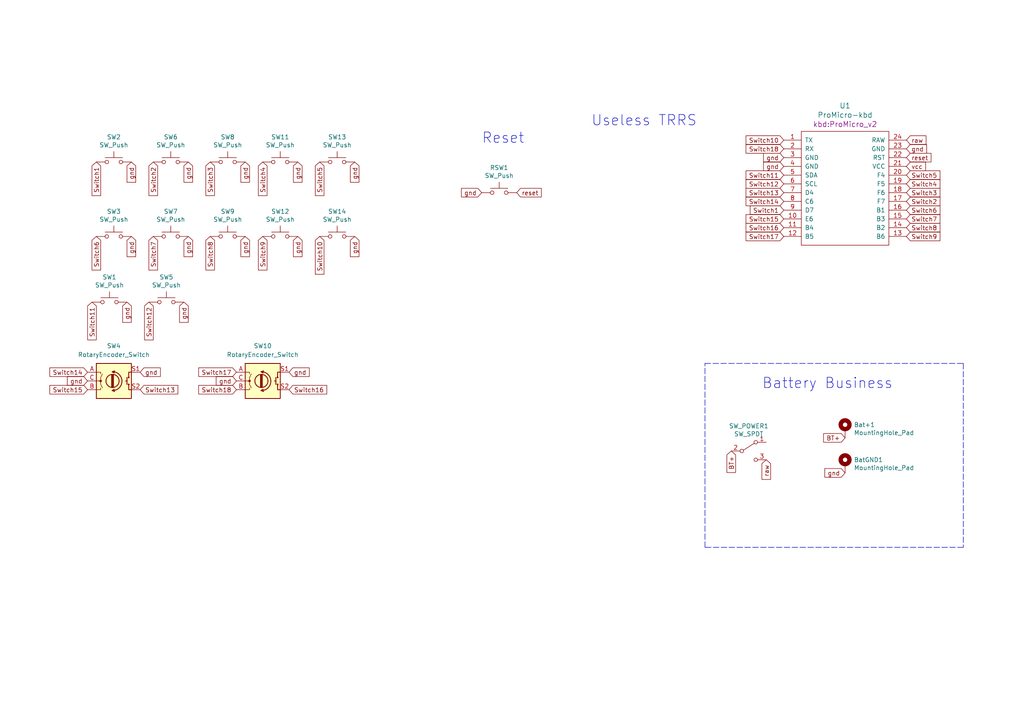
<source format=kicad_sch>
(kicad_sch (version 20211123) (generator eeschema)
  (paper "A4")
  (title_block (title "Generic 34 Switch Split") (date "2021-03-10") (rev "0.2") (company "broomlabs"))
  (lib_symbols
    (symbol "Device:RotaryEncoder_Switch" (pin_names (offset 0.254) hide)
      (property "Reference" "SW" (at 0 6.604 0))
      (property "Value" "RotaryEncoder_Switch" (at 0 -6.604 0))
      (symbol "RotaryEncoder_Switch_0_1"
        (rectangle (start -5.08 5.08) (end 5.08 -5.08) (stroke (width 0.254)) (fill (type background)))
        (circle (center -3.81 0) (radius 0.254) (fill (type outline)))
        (arc (start -0.381 -2.794) (mid 2.3622 -0.0635) (end -0.381 2.667) (stroke (width 0.254)))
        (circle (center -0.381 0) (radius 1.905) (stroke (width 0.254)))
        (polyline (pts (xy -0.635 -1.778) (xy -0.635 1.778)) (stroke (width 0.254)))
        (polyline (pts (xy -0.381 -1.778) (xy -0.381 1.778)) (stroke (width 0.254)))
        (polyline (pts (xy -0.127 1.778) (xy -0.127 -1.778)) (stroke (width 0.254)))
        (polyline (pts (xy 3.81 0) (xy 3.429 0)) (stroke (width 0.254)))
        (polyline (pts (xy 3.81 1.016) (xy 3.81 -1.016)) (stroke (width 0.254)))
        (polyline (pts (xy -5.08 -2.54) (xy -3.81 -2.54) (xy -3.81 -2.032)))
        (polyline (pts (xy -5.08 2.54) (xy -3.81 2.54) (xy -3.81 2.032)))
        (polyline (pts (xy 0.254 -3.048) (xy -0.508 -2.794) (xy 0.127 -2.413)) (stroke (width 0.254)))
        (polyline (pts (xy 0.254 2.921) (xy -0.508 2.667) (xy 0.127 2.286)) (stroke (width 0.254)))
        (polyline (pts (xy 5.08 -2.54) (xy 4.318 -2.54) (xy 4.318 -1.016)) (stroke (width 0.254)))
        (polyline (pts (xy 5.08 2.54) (xy 4.318 2.54) (xy 4.318 1.016)) (stroke (width 0.254)))
        (polyline (pts (xy -5.08 0) (xy -3.81 0) (xy -3.81 -1.016) (xy -3.302 -2.032)))
        (polyline (pts (xy -4.318 0) (xy -3.81 0) (xy -3.81 1.016) (xy -3.302 2.032)))
        (circle (center 4.318 -1.016) (radius 0.127) (stroke (width 0.254)))
        (circle (center 4.318 1.016) (radius 0.127) (stroke (width 0.254)))
      )
      (symbol "RotaryEncoder_Switch_1_1"
        (pin passive line (at -7.62 2.54 0) (length 2.54) (name "A") (number "A"))
        (pin passive line (at -7.62 -2.54 0) (length 2.54) (name "B") (number "B"))
        (pin passive line (at -7.62 0 0) (length 2.54) (name "C") (number "C"))
        (pin passive line (at 7.62 2.54 180) (length 2.54) (name "S1") (number "S1"))
        (pin passive line (at 7.62 -2.54 180) (length 2.54) (name "S2") (number "S2"))
      )
    )
    (symbol "Mechanical:MountingHole_Pad" (pin_numbers hide) (pin_names (offset 1.016) hide)
      (property "Reference" "H" (at 0 6.35 0))
      (property "Value" "MountingHole_Pad" (at 0 4.445 0))
      (symbol "MountingHole_Pad_0_1"
        (circle (center 0 1.27) (radius 1.27) (stroke (width 1.27)))
      )
      (symbol "MountingHole_Pad_1_1"
        (pin input line (at 0 -2.54 90) (length 2.54) (name "1") (number "1"))
      )
    )
    (symbol "Switch:SW_Push" (pin_numbers hide) (pin_names (offset 1.016) hide)
      (property "Reference" "SW" (at 1.27 2.54 0))
      (property "Value" "SW_Push" (at 0 -1.524 0))
      (symbol "SW_Push_0_1"
        (circle (center -2.032 0) (radius 0.508))
        (polyline (pts (xy 0 1.27) (xy 0 3.048)))
        (polyline (pts (xy 2.54 1.27) (xy -2.54 1.27)))
        (circle (center 2.032 0) (radius 0.508))
        (pin passive line (at -5.08 0 0) (length 2.54) (name "1") (number "1"))
        (pin passive line (at 5.08 0 180) (length 2.54) (name "2") (number "2"))
      )
    )
    (symbol "Switch:SW_SPDT" (pin_names (offset 0) hide)
      (property "Reference" "SW" (at 0 4.318 0))
      (property "Value" "SW_SPDT" (at 0 -5.08 0))
      (symbol "SW_SPDT_0_0"
        (circle (center -2.032 0) (radius 0.508))
        (circle (center 2.032 -2.54) (radius 0.508))
      )
      (symbol "SW_SPDT_0_1"
        (polyline (pts (xy -1.524 0.254) (xy 1.651 2.286)))
        (circle (center 2.032 2.54) (radius 0.508))
      )
      (symbol "SW_SPDT_1_1"
        (pin passive line (at 5.08 2.54 180) (length 2.54) (name "A") (number "1"))
        (pin passive line (at -5.08 0 0) (length 2.54) (name "B") (number "2"))
        (pin passive line (at 5.08 -2.54 180) (length 2.54) (name "C") (number "3"))
      )
    )
    (symbol "bigblackpill:ProMicro-kbd" (pin_names (offset 1.016))
      (property "Reference" "U" (at 0 24.13 0))
      (property "Value" "bigblackpill_ProMicro-kbd" (at 0 -13.97 0))
      (symbol "ProMicro-kbd_0_1"
        (rectangle (start -12.7 21.59) (end 12.7 -11.43))
      )
      (symbol "ProMicro-kbd_1_1"
        (pin bidirectional line (at -17.78 19.05 0) (length 5.08) (name "TX") (number "1"))
        (pin bidirectional line (at -17.78 -3.81 0) (length 5.08) (name "E6") (number "10"))
        (pin bidirectional line (at -17.78 -6.35 0) (length 5.08) (name "B4") (number "11"))
        (pin bidirectional line (at -17.78 -8.89 0) (length 5.08) (name "B5") (number "12"))
        (pin bidirectional line (at 17.78 -8.89 180) (length 5.08) (name "B6") (number "13"))
        (pin bidirectional line (at 17.78 -6.35 180) (length 5.08) (name "B2") (number "14"))
        (pin bidirectional line (at 17.78 -3.81 180) (length 5.08) (name "B3") (number "15"))
        (pin bidirectional line (at 17.78 -1.27 180) (length 5.08) (name "B1") (number "16"))
        (pin bidirectional line (at 17.78 1.27 180) (length 5.08) (name "F7") (number "17"))
        (pin bidirectional line (at 17.78 3.81 180) (length 5.08) (name "F6") (number "18"))
        (pin bidirectional line (at 17.78 6.35 180) (length 5.08) (name "F5") (number "19"))
        (pin bidirectional line (at -17.78 16.51 0) (length 5.08) (name "RX") (number "2"))
        (pin bidirectional line (at 17.78 8.89 180) (length 5.08) (name "F4") (number "20"))
        (pin power_in line (at 17.78 11.43 180) (length 5.08) (name "VCC") (number "21"))
        (pin input line (at 17.78 13.97 180) (length 5.08) (name "RST") (number "22"))
        (pin power_in line (at 17.78 16.51 180) (length 5.08) (name "GND") (number "23"))
        (pin power_out line (at 17.78 19.05 180) (length 5.08) (name "RAW") (number "24"))
        (pin power_in line (at -17.78 13.97 0) (length 5.08) (name "GND") (number "3"))
        (pin power_in line (at -17.78 11.43 0) (length 5.08) (name "GND") (number "4"))
        (pin bidirectional line (at -17.78 8.89 0) (length 5.08) (name "SDA") (number "5"))
        (pin bidirectional line (at -17.78 6.35 0) (length 5.08) (name "SCL") (number "6"))
        (pin bidirectional line (at -17.78 3.81 0) (length 5.08) (name "D4") (number "7"))
        (pin bidirectional line (at -17.78 1.27 0) (length 5.08) (name "C6") (number "8"))
        (pin bidirectional line (at -17.78 -1.27 0) (length 5.08) (name "D7") (number "9"))
      )
    )
  )
  (polyline (pts (xy 279.4 105.41) (xy 279.4 158.75)))
  (polyline (pts (xy 204.47 158.75) (xy 204.47 105.41)))
  (polyline (pts (xy 204.47 105.41) (xy 279.4 105.41)))
  (polyline (pts (xy 279.4 158.75) (xy 204.47 158.75)))
  (text "Reset" (at 139.7 41.91 0) (effects (font (size 2.9972 2.9972)) (justify left bottom)))
  (text "Useless TRRS\n" (at 171.45 36.83 0) (effects (font (size 2.9972 2.9972)) (justify left bottom)))
  (text "Battery Business" (at 220.98 113.03 0) (effects (font (size 2.9972 2.9972)) (justify left bottom)))
  (global_label "Switch11" (shape input) (at 26.67 87.63 270) (property "Intersheet References" "${INTERSHEET_REFS}" (effects hide)))
  (global_label "Switch3" (shape input) (at 60.96 46.99 270) (property "Intersheet References" "${INTERSHEET_REFS}" (effects hide)))
  (global_label "gnd" (shape input) (at 38.1 46.99 270) (property "Intersheet References" "${INTERSHEET_REFS}" (effects hide)))
  (global_label "gnd" (shape input) (at 227.33 45.72 180) (property "Intersheet References" "${INTERSHEET_REFS}" (effects hide)))
  (global_label "reset" (shape input) (at 149.86 55.88 0) (property "Intersheet References" "${INTERSHEET_REFS}" (effects hide)))
  (global_label "reset" (shape input) (at 262.89 45.72 0) (property "Intersheet References" "${INTERSHEET_REFS}" (effects hide)))
  (global_label "gnd" (shape input) (at 86.36 68.58 270) (property "Intersheet References" "${INTERSHEET_REFS}" (effects hide)))
  (global_label "Switch12" (shape input) (at 227.33 53.34 180) (property "Intersheet References" "${INTERSHEET_REFS}" (effects hide)))
  (global_label "vcc" (shape input) (at 262.89 48.26 0) (property "Intersheet References" "${INTERSHEET_REFS}" (effects hide)))
  (global_label "Switch5" (shape input) (at 92.71 46.99 270) (property "Intersheet References" "${INTERSHEET_REFS}" (effects hide)))
  (global_label "gnd" (shape input) (at 68.58 110.49 180) (property "Intersheet References" "${INTERSHEET_REFS}" (effects hide)))
  (global_label "gnd" (shape input) (at 53.34 87.63 270) (property "Intersheet References" "${INTERSHEET_REFS}" (effects hide)))
  (global_label "Switch1" (shape input) (at 27.94 46.99 270) (property "Intersheet References" "${INTERSHEET_REFS}" (effects hide)))
  (global_label "Switch14" (shape input) (at 227.33 58.42 180) (property "Intersheet References" "${INTERSHEET_REFS}" (effects hide)))
  (global_label "gnd" (shape input) (at 83.82 107.95 0) (property "Intersheet References" "${INTERSHEET_REFS}" (effects hide)))
  (global_label "Switch13" (shape input) (at 227.33 55.88 180) (property "Intersheet References" "${INTERSHEET_REFS}" (effects hide)))
  (global_label "Switch10" (shape input) (at 227.33 40.64 180) (property "Intersheet References" "${INTERSHEET_REFS}" (effects hide)))
  (global_label "Switch18" (shape input) (at 68.58 113.03 180) (property "Intersheet References" "${INTERSHEET_REFS}" (effects hide)))
  (global_label "gnd" (shape input) (at 71.12 68.58 270) (property "Intersheet References" "${INTERSHEET_REFS}" (effects hide)))
  (global_label "Switch8" (shape input) (at 262.89 66.04 0) (property "Intersheet References" "${INTERSHEET_REFS}" (effects hide)))
  (global_label "Switch7" (shape input) (at 262.89 63.5 0) (property "Intersheet References" "${INTERSHEET_REFS}" (effects hide)))
  (global_label "Switch2" (shape input) (at 44.45 46.99 270) (property "Intersheet References" "${INTERSHEET_REFS}" (effects hide)))
  (global_label "Switch4" (shape input) (at 262.89 53.34 0) (property "Intersheet References" "${INTERSHEET_REFS}" (effects hide)))
  (global_label "Switch9" (shape input) (at 76.2 68.58 270) (property "Intersheet References" "${INTERSHEET_REFS}" (effects hide)))
  (global_label "Switch1" (shape input) (at 227.33 60.96 180) (property "Intersheet References" "${INTERSHEET_REFS}" (effects hide)))
  (global_label "Switch8" (shape input) (at 60.96 68.58 270) (property "Intersheet References" "${INTERSHEET_REFS}" (effects hide)))
  (global_label "Switch9" (shape input) (at 262.89 68.58 0) (property "Intersheet References" "${INTERSHEET_REFS}" (effects hide)))
  (global_label "Switch12" (shape input) (at 43.18 87.63 270) (property "Intersheet References" "${INTERSHEET_REFS}" (effects hide)))
  (global_label "gnd" (shape input) (at 71.12 46.99 270) (property "Intersheet References" "${INTERSHEET_REFS}" (effects hide)))
  (global_label "Switch3" (shape input) (at 262.89 55.88 0) (property "Intersheet References" "${INTERSHEET_REFS}" (effects hide)))
  (global_label "Switch6" (shape input) (at 262.89 60.96 0) (property "Intersheet References" "${INTERSHEET_REFS}" (effects hide)))
  (global_label "gnd" (shape input) (at 102.87 46.99 270) (property "Intersheet References" "${INTERSHEET_REFS}" (effects hide)))
  (global_label "gnd" (shape input) (at 86.36 46.99 270) (property "Intersheet References" "${INTERSHEET_REFS}" (effects hide)))
  (global_label "Switch17" (shape input) (at 68.58 107.95 180) (property "Intersheet References" "${INTERSHEET_REFS}" (effects hide)))
  (global_label "Switch13" (shape input) (at 40.64 113.03 0) (property "Intersheet References" "${INTERSHEET_REFS}" (effects hide)))
  (global_label "gnd" (shape input) (at 227.33 48.26 180) (property "Intersheet References" "${INTERSHEET_REFS}" (effects hide)))
  (global_label "Switch10" (shape input) (at 92.71 68.58 270) (property "Intersheet References" "${INTERSHEET_REFS}" (effects hide)))
  (global_label "gnd" (shape input) (at 139.7 55.88 180) (property "Intersheet References" "${INTERSHEET_REFS}" (effects hide)))
  (global_label "gnd" (shape input) (at 54.61 46.99 270) (property "Intersheet References" "${INTERSHEET_REFS}" (effects hide)))
  (global_label "gnd" (shape input) (at 245.11 137.16 180) (property "Intersheet References" "${INTERSHEET_REFS}" (effects hide)))
  (global_label "gnd" (shape input) (at 36.83 87.63 270) (property "Intersheet References" "${INTERSHEET_REFS}" (effects hide)))
  (global_label "Switch16" (shape input) (at 227.33 66.04 180) (property "Intersheet References" "${INTERSHEET_REFS}" (effects hide)))
  (global_label "gnd" (shape input) (at 54.61 68.58 270) (property "Intersheet References" "${INTERSHEET_REFS}" (effects hide)))
  (global_label "Switch15" (shape input) (at 227.33 63.5 180) (property "Intersheet References" "${INTERSHEET_REFS}" (effects hide)))
  (global_label "BT+" (shape input) (at 212.09 130.81 270) (property "Intersheet References" "${INTERSHEET_REFS}" (effects hide)))
  (global_label "Switch2" (shape input) (at 262.89 58.42 0) (property "Intersheet References" "${INTERSHEET_REFS}" (effects hide)))
  (global_label "gnd" (shape input) (at 102.87 68.58 270) (property "Intersheet References" "${INTERSHEET_REFS}" (effects hide)))
  (global_label "Switch7" (shape input) (at 44.45 68.58 270) (property "Intersheet References" "${INTERSHEET_REFS}" (effects hide)))
  (global_label "Switch5" (shape input) (at 262.89 50.8 0) (property "Intersheet References" "${INTERSHEET_REFS}" (effects hide)))
  (global_label "Switch17" (shape input) (at 227.33 68.58 180) (property "Intersheet References" "${INTERSHEET_REFS}" (effects hide)))
  (global_label "Switch15" (shape input) (at 25.4 113.03 180) (property "Intersheet References" "${INTERSHEET_REFS}" (effects hide)))
  (global_label "raw" (shape input) (at 222.25 133.35 270) (property "Intersheet References" "${INTERSHEET_REFS}" (effects hide)))
  (global_label "Switch4" (shape input) (at 76.2 46.99 270) (property "Intersheet References" "${INTERSHEET_REFS}" (effects hide)))
  (global_label "Switch18" (shape input) (at 227.33 43.18 180) (property "Intersheet References" "${INTERSHEET_REFS}" (effects hide)))
  (global_label "Switch16" (shape input) (at 83.82 113.03 0) (property "Intersheet References" "${INTERSHEET_REFS}" (effects hide)))
  (global_label "gnd" (shape input) (at 38.1 68.58 270) (property "Intersheet References" "${INTERSHEET_REFS}" (effects hide)))
  (global_label "raw" (shape input) (at 262.89 40.64 0) (property "Intersheet References" "${INTERSHEET_REFS}" (effects hide)))
  (global_label "Switch11" (shape input) (at 227.33 50.8 180) (property "Intersheet References" "${INTERSHEET_REFS}" (effects hide)))
  (global_label "Switch14" (shape input) (at 25.4 107.95 180) (property "Intersheet References" "${INTERSHEET_REFS}" (effects hide)))
  (global_label "BT+" (shape input) (at 245.11 127 180) (property "Intersheet References" "${INTERSHEET_REFS}" (effects hide)))
  (global_label "gnd" (shape input) (at 40.64 107.95 0) (property "Intersheet References" "${INTERSHEET_REFS}" (effects hide)))
  (global_label "gnd" (shape input) (at 25.4 110.49 180) (property "Intersheet References" "${INTERSHEET_REFS}" (effects hide)))
  (global_label "Switch6" (shape input) (at 27.94 68.58 270) (property "Intersheet References" "${INTERSHEET_REFS}" (effects hide)))
  (global_label "gnd" (shape input) (at 262.89 43.18 0) (property "Intersheet References" "${INTERSHEET_REFS}" (effects hide)))
  (symbol (lib_id "Mechanical:MountingHole_Pad") (at 245.11 124.46 0) (unit 1)
    (property "Reference" "Bat+1" (at 247.65 123.2154 0) (effects (justify left)))
    (property "Value" "MountingHole_Pad" (at 247.65 125.5268 0) (effects (justify left)))
    (property "Footprint" "kbd:1pin_conn" (effects hide))
  )
  (symbol (lib_id "Mechanical:MountingHole_Pad") (at 245.11 134.62 0) (unit 1)
    (property "Reference" "BatGND1" (at 247.65 133.3754 0) (effects (justify left)))
    (property "Value" "MountingHole_Pad" (at 247.65 135.6868 0) (effects (justify left)))
    (property "Footprint" "kbd:1pin_conn" (effects hide))
  )
  (symbol (lib_id "bigblackpill:ProMicro-kbd") (at 245.11 59.69 0) (unit 1)
    (property "Reference" "U1" (at 245.11 30.6578 0) (effects (font (size 1.524 1.524))))
    (property "Value" "ProMicro-kbd" (at 245.11 33.3502 0) (effects (font (size 1.524 1.524))))
    (property "Footprint" "kbd:ProMicro_v2" (at 245.11 36.0426 0) (effects (font (size 1.524 1.524))))
  )
  (symbol (lib_id "Switch:SW_Push") (at 33.02 46.99 0) (unit 1)
    (property "Reference" "SW2" (at 33.02 39.751 0))
    (property "Value" "SW_Push" (at 33.02 42.0624 0))
    (property "Footprint" "Kailh:SW_PG1350_rev_DPB" (effects hide))
  )
  (symbol (lib_id "Switch:SW_Push") (at 49.53 46.99 0) (unit 1)
    (property "Reference" "SW6" (at 49.53 39.751 0))
    (property "Value" "SW_Push" (at 49.53 42.0624 0))
    (property "Footprint" "Kailh:SW_PG1350_rev_DPB" (effects hide))
  )
  (symbol (lib_id "Switch:SW_Push") (at 66.04 46.99 0) (unit 1)
    (property "Reference" "SW8" (at 66.04 39.751 0))
    (property "Value" "SW_Push" (at 66.04 42.0624 0))
    (property "Footprint" "Kailh:SW_PG1350_rev_DPB" (effects hide))
  )
  (symbol (lib_id "Switch:SW_Push") (at 81.28 46.99 0) (unit 1)
    (property "Reference" "SW11" (at 81.28 39.751 0))
    (property "Value" "SW_Push" (at 81.28 42.0624 0))
    (property "Footprint" "Kailh:SW_PG1350_rev_DPB" (effects hide))
  )
  (symbol (lib_id "Switch:SW_Push") (at 97.79 46.99 0) (unit 1)
    (property "Reference" "SW13" (at 97.79 39.751 0))
    (property "Value" "SW_Push" (at 97.79 42.0624 0))
    (property "Footprint" "Kailh:SW_PG1350_rev_DPB" (effects hide))
  )
  (symbol (lib_id "Switch:SW_Push") (at 33.02 68.58 0) (unit 1)
    (property "Reference" "SW3" (at 33.02 61.341 0))
    (property "Value" "SW_Push" (at 33.02 63.6524 0))
    (property "Footprint" "Kailh:SW_PG1350_rev_DPB" (effects hide))
  )
  (symbol (lib_id "Switch:SW_Push") (at 49.53 68.58 0) (unit 1)
    (property "Reference" "SW7" (at 49.53 61.341 0))
    (property "Value" "SW_Push" (at 49.53 63.6524 0))
    (property "Footprint" "Kailh:SW_PG1350_rev_DPB" (effects hide))
  )
  (symbol (lib_id "Switch:SW_Push") (at 66.04 68.58 0) (unit 1)
    (property "Reference" "SW9" (at 66.04 61.341 0))
    (property "Value" "SW_Push" (at 66.04 63.6524 0))
    (property "Footprint" "Kailh:SW_PG1350_rev_DPB" (effects hide))
  )
  (symbol (lib_id "Switch:SW_Push") (at 81.28 68.58 0) (unit 1)
    (property "Reference" "SW12" (at 81.28 61.341 0))
    (property "Value" "SW_Push" (at 81.28 63.6524 0))
    (property "Footprint" "Kailh:SW_PG1350_rev_DPB" (effects hide))
  )
  (symbol (lib_id "Switch:SW_Push") (at 97.79 68.58 0) (unit 1)
    (property "Reference" "SW14" (at 97.79 61.341 0))
    (property "Value" "SW_Push" (at 97.79 63.6524 0))
    (property "Footprint" "Kailh:SW_PG1350_rev_DPB" (effects hide))
  )
  (symbol (lib_id "Switch:SW_Push") (at 31.75 87.63 0) (unit 1)
    (property "Reference" "SW1" (at 31.75 80.391 0))
    (property "Value" "SW_Push" (at 31.75 82.7024 0))
    (property "Footprint" "Kailh:SW_PG1350_rev_DPB" (effects hide))
  )
  (symbol (lib_id "Switch:SW_Push") (at 48.26 87.63 0) (unit 1)
    (property "Reference" "SW5" (at 48.26 80.391 0))
    (property "Value" "SW_Push" (at 48.26 82.7024 0))
    (property "Footprint" "Kailh:SW_PG1350_rev_DPB" (effects hide))
  )
  (symbol (lib_id "Switch:SW_Push") (at 144.78 55.88 0) (unit 1)
    (property "Reference" "RSW1" (at 144.78 48.641 0))
    (property "Value" "SW_Push" (at 144.78 50.9524 0))
    (property "Footprint" "kbd:ResetSW" (effects hide))
  )
  (symbol (lib_id "Switch:SW_SPDT") (at 217.17 130.81 0) (unit 1)
    (property "Reference" "SW_POWER1" (at 217.17 123.571 0))
    (property "Value" "SW_SPDT" (at 217.17 125.8824 0))
    (property "Footprint" "Kailh:SPDT_C128955" (effects hide))
  )
  (symbol (lib_id "Device:RotaryEncoder_Switch") (at 33.02 110.49 0) (unit 1)
    (property "Reference" "SW4" (at 33.02 100.33 0))
    (property "Value" "RotaryEncoder_Switch" (at 33.02 102.87 0))
    (property "Footprint" "Rotary_Encoder:RotaryEncoder_Alps_EC12E_Vertical_H20mm" (effects hide))
  )
  (symbol (lib_id "Device:RotaryEncoder_Switch") (at 76.2 110.49 0) (unit 1)
    (property "Reference" "SW10" (at 76.2 100.33 0))
    (property "Value" "RotaryEncoder_Switch" (at 76.2 102.87 0))
    (property "Footprint" "Rotary_Encoder:RotaryEncoder_Alps_EC12E_Vertical_H20mm" (effects hide))
  )
)
</source>
